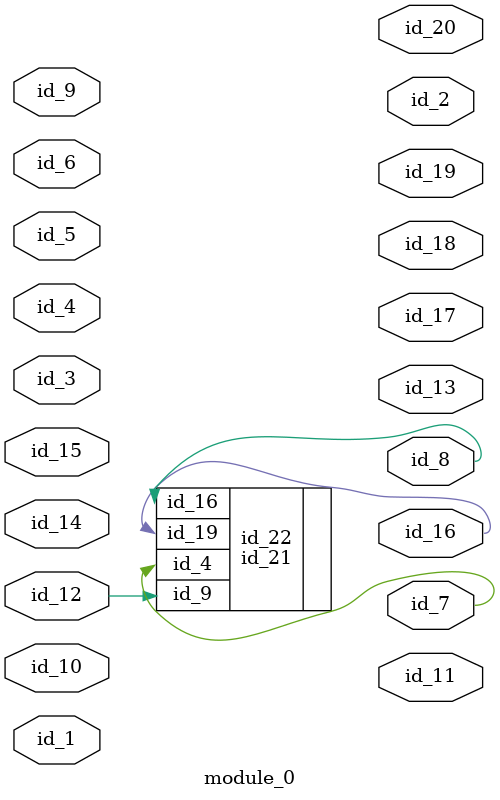
<source format=v>
`timescale 1 ps / 1ps
module module_0 (
    id_1,
    id_2,
    id_3,
    id_4,
    id_5,
    id_6,
    id_7,
    id_8,
    id_9,
    id_10,
    id_11,
    id_12,
    id_13,
    id_14,
    id_15,
    id_16,
    id_17,
    id_18,
    id_19,
    id_20
);
  output id_20;
  output id_19;
  output id_18;
  output id_17;
  output id_16;
  input id_15;
  input id_14;
  output id_13;
  input id_12;
  output id_11;
  input id_10;
  input id_9;
  output id_8;
  output id_7;
  input id_6;
  input id_5;
  input id_4;
  input id_3;
  output id_2;
  input id_1;
  id_21 id_22 (
      .id_4 (id_7),
      .id_9 (id_12),
      .id_19(id_16),
      .id_16(id_8)
  );
  id_23 id_24 (
      .id_19(id_1),
      .id_1 (id_4)
  );
endmodule

</source>
